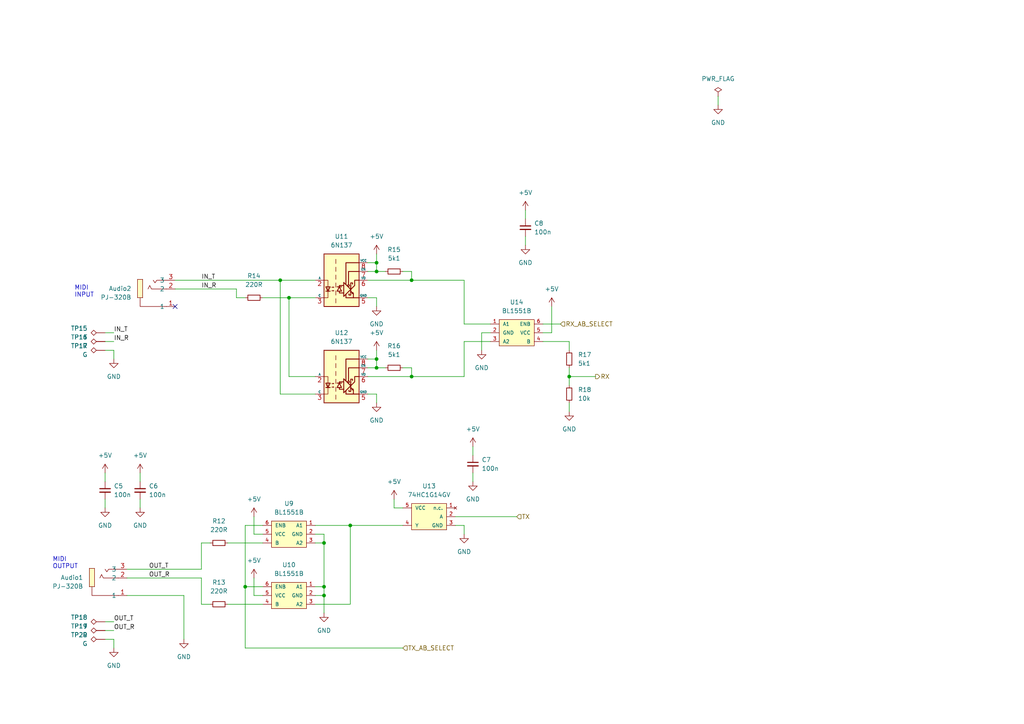
<source format=kicad_sch>
(kicad_sch (version 20211123) (generator eeschema)
  (paper "A4")
  (lib_symbols
    (symbol "Connector:TestPoint_Alt" (pin_numbers hide) (pin_names (offset 0.762) hide)
      (property "Reference" "TP" (at 0 6.858 0))
      (property "Value" "TestPoint_Alt" (at 0 5.08 0))
      (symbol "TestPoint_Alt_0_1"
        (polyline (pts (xy 0 2.54) (xy -0.762 3.302) (xy 0 4.064) (xy 0.762 3.302) (xy 0 2.54)))
      )
      (symbol "TestPoint_Alt_1_1"
        (pin passive line (at 0 0 90) (length 2.54) (name "1") (number "1"))
      )
    )
    (symbol "Isolator:6N137" (pin_names (offset 0))
      (property "Reference" "U" (at -4.064 8.89 0))
      (property "Value" "6N137" (at 0 -8.89 0))
      (symbol "6N137_0_1"
        (polyline (pts (xy 2.667 -3.556) (xy 2.667 -1.651)) (stroke (width 0.254)))
        (polyline (pts (xy 2.667 -2.159) (xy 2.667 -2.921)) (stroke (width 0.254)))
        (polyline (pts (xy 3.429 -3.937) (xy 3.429 -5.08)) (stroke (width 0.254)))
        (polyline (pts (xy -0.635 -3.302) (xy -0.635 -3.683) (xy 0.635 -3.683)) (stroke (width 0.254)))
        (polyline (pts (xy -0.635 -1.905) (xy -0.635 -1.524) (xy 0.508 -1.524)) (stroke (width 0.254)))
        (polyline (pts (xy 1.27 -4.064) (xy 1.27 -5.08) (xy 5.08 -5.08)) (stroke (width 0.254)))
        (polyline (pts (xy 1.27 -1.27) (xy 1.27 5.08) (xy 5.08 5.08)) (stroke (width 0.254)))
        (polyline (pts (xy 2.032 -1.27) (xy 2.032 2.54) (xy 5.08 2.54)) (stroke (width 0.254)))
        (polyline (pts (xy -5.08 -5.08) (xy -3.937 -5.08) (xy -3.937 0) (xy -5.08 0)))
        (polyline (pts (xy 2.667 -3.302) (xy 2.667 -4.318) (xy 2.159 -4.318) (xy 2.159 -3.937)) (stroke (width 0.254)))
        (polyline (pts (xy 2.667 -2.667) (xy 0.635 -4.699) (xy 0.635 -0.635) (xy 2.667 -2.667)) (stroke (width 0.254)))
        (polyline (pts (xy 2.667 -1.778) (xy 2.667 -0.762) (xy 3.175 -0.762) (xy 3.175 -1.143)) (stroke (width 0.254)))
        (polyline (pts (xy 2.794 -2.54) (xy 3.81 -1.524) (xy 3.81 0) (xy 5.08 0)) (stroke (width 0.254)))
        (polyline (pts (xy 2.667 -3.175) (xy 3.429 -3.937) (xy 3.302 -3.556) (xy 3.048 -3.81) (xy 3.429 -3.937)) (stroke (width 0.254)))
        (circle (center 2.032 -1.524) (radius 0.254) (stroke (width 0.254)))
      )
      (symbol "6N137_1_1"
        (rectangle (start -5.08 7.62) (end 5.08 -7.62) (stroke (width 0.254)) (fill (type background)))
        (polyline (pts (xy -4.572 -3.175) (xy -3.302 -3.175)) (stroke (width 0.254)))
        (polyline (pts (xy -1.651 -5.334) (xy -1.651 -6.604)))
        (polyline (pts (xy -1.651 -3.048) (xy -1.651 -4.318)))
        (polyline (pts (xy -1.651 -0.762) (xy -1.651 -2.032)))
        (polyline (pts (xy -1.651 1.524) (xy -1.651 0.254)))
        (polyline (pts (xy -1.651 3.81) (xy -1.651 2.54)))
        (polyline (pts (xy -1.651 6.096) (xy -1.651 4.826)))
        (polyline (pts (xy -1.27 -1.905) (xy 0 -1.905)) (stroke (width 0.254)))
        (polyline (pts (xy -3.937 -3.175) (xy -4.572 -1.905) (xy -3.302 -1.905) (xy -3.937 -3.175)) (stroke (width 0.254)))
        (polyline (pts (xy -0.635 -1.905) (xy -1.27 -3.175) (xy 0 -3.175) (xy -0.635 -1.905)) (stroke (width 0.254)))
        (polyline (pts (xy -2.921 -3.048) (xy -2.159 -3.048) (xy -2.54 -3.175) (xy -2.54 -2.921) (xy -2.159 -3.048)) (stroke (width 0.127)))
        (polyline (pts (xy -2.921 -2.032) (xy -2.159 -2.032) (xy -2.54 -2.159) (xy -2.54 -1.905) (xy -2.159 -2.032)) (stroke (width 0.127)))
        (pin no_connect line (at -5.08 5.08 0) (length 2.54) hide (name "NC") (number "1"))
        (pin passive line (at -7.62 0 0) (length 2.54) (name "A") (number "2"))
        (pin passive line (at -7.62 -5.08 0) (length 2.54) (name "C") (number "3"))
        (pin power_in line (at 7.62 -5.08 180) (length 2.54) (name "GND") (number "5"))
        (pin open_collector line (at 7.62 0 180) (length 2.54) (name "VO") (number "6"))
        (pin input line (at 7.62 2.54 180) (length 2.54) (name "EN") (number "7"))
        (pin power_in line (at 7.62 5.08 180) (length 2.54) (name "VCC") (number "8"))
      )
    )
    (symbol "power:+5V" (power) (pin_names (offset 0))
      (property "Value" "+5V" (at 0 3.556 0))
      (symbol "+5V_0_1"
        (polyline (pts (xy -0.762 1.27) (xy 0 2.54)))
        (polyline (pts (xy 0 0) (xy 0 2.54)))
        (polyline (pts (xy 0 2.54) (xy 0.762 1.27)))
      )
      (symbol "+5V_1_1"
        (pin power_in line (at 0 0 90) (length 0) hide (name "+5V") (number "1"))
      )
    )
    (symbol "power:GND" (power) (pin_names (offset 0))
      (property "Value" "GND" (at 0 -3.81 0))
      (symbol "GND_0_1"
        (polyline (pts (xy 0 0) (xy 0 -1.27) (xy 1.27 -1.27) (xy 0 -2.54) (xy -1.27 -1.27) (xy 0 -1.27)))
      )
      (symbol "GND_1_1"
        (pin power_in line (at 0 0 270) (length 0) hide (name "GND") (number "1"))
      )
    )
    (symbol "power:PWR_FLAG" (power) (pin_numbers hide) (pin_names (offset 0) hide)
      (property "Value" "PWR_FLAG" (at 0 3.81 0))
      (symbol "PWR_FLAG_0_0"
        (pin power_out line (at 0 0 90) (length 0) (name "pwr") (number "1"))
      )
      (symbol "PWR_FLAG_0_1"
        (polyline (pts (xy 0 0) (xy 0 1.27) (xy -1.016 1.905) (xy 0 2.54) (xy 1.016 1.905) (xy 0 1.27)))
      )
    )
    (symbol "suku_basics:74HC1G14GV" (pin_names (offset 1.016))
      (property "Reference" "U" (at 0 5.08 0))
      (property "Value" "74HC1G14GV" (at 0 -5.08 0))
      (symbol "74HC1G14GV_0_1"
        (rectangle (start -5.08 3.81) (end 5.08 -3.81) (fill (type background)))
      )
      (symbol "74HC1G14GV_1_1"
        (pin no_connect line (at -7.62 2.54 0) (length 2.54) (name "n.c.") (number "1"))
        (pin input line (at -7.62 0 0) (length 2.54) (name "A") (number "2"))
        (pin power_in line (at -7.62 -2.54 0) (length 2.54) (name "GND") (number "3"))
        (pin output line (at 7.62 -2.54 180) (length 2.54) (name "Y") (number "4"))
        (pin power_in line (at 7.62 2.54 180) (length 2.54) (name "VCC") (number "5"))
      )
    )
    (symbol "suku_basics:BL1551B" (pin_names (offset 1.016))
      (property "Reference" "U" (at 0 5.08 0))
      (property "Value" "BL1551B" (at 0 -5.08 0))
      (symbol "BL1551B_0_1"
        (rectangle (start -5.08 3.81) (end 5.08 -3.81) (fill (type background)))
      )
      (symbol "BL1551B_1_1"
        (pin bidirectional line (at -7.62 2.54 0) (length 2.54) (name "A1") (number "1"))
        (pin power_in line (at -7.62 0 0) (length 2.54) (name "GND") (number "2"))
        (pin bidirectional line (at -7.62 -2.54 0) (length 2.54) (name "A2") (number "3"))
        (pin bidirectional line (at 7.62 -2.54 180) (length 2.54) (name "B") (number "4"))
        (pin power_in line (at 7.62 0 180) (length 2.54) (name "VCC") (number "5"))
        (pin input line (at 7.62 2.54 180) (length 2.54) (name "ENB") (number "6"))
      )
    )
    (symbol "suku_basics:CAP" (pin_numbers hide) (pin_names (offset 0.254) hide)
      (property "Reference" "C" (at 0.254 1.778 0))
      (property "Value" "CAP" (at 0.254 -2.032 0))
      (symbol "CAP_0_1"
        (polyline (pts (xy -1.524 -0.508) (xy 1.524 -0.508)) (stroke (width 0.3302)))
        (polyline (pts (xy -1.524 0.508) (xy 1.524 0.508)) (stroke (width 0.3048)))
      )
      (symbol "CAP_1_1"
        (pin passive line (at 0 2.54 270) (length 2.032) (name "~") (number "1"))
        (pin passive line (at 0 -2.54 90) (length 2.032) (name "~") (number "2"))
      )
    )
    (symbol "suku_basics:PJ-320B"
      (property "Reference" "Audio?" (at 0 7.62 0))
      (property "Value" "PJ-320B" (at 0 -10.16 0))
      (symbol "PJ-320B_0_1"
        (rectangle (start -7.11 0) (end -5.59 -5.33) (fill (type background)))
        (polyline (pts (xy 1.27 2.54) (xy -6.35 2.54) (xy -6.35 0)))
        (polyline (pts (xy 1.27 -5.08) (xy -1.52 -5.08) (xy -2.03 -4.32) (xy -2.54 -5.08)))
        (polyline (pts (xy 1.27 -2.54) (xy -3.05 -2.54) (xy -3.56 -3.56) (xy -4.06 -2.54)))
        (pin unspecified line (at 3.81 2.54 180) (length 2.54) (name "1") (number "1"))
        (pin unspecified line (at 3.81 -2.54 180) (length 2.54) (name "2") (number "2"))
        (pin unspecified line (at 3.81 -5.08 180) (length 2.54) (name "3") (number "3"))
      )
    )
    (symbol "suku_basics:RES" (pin_numbers hide) (pin_names (offset 0.254) hide)
      (property "Reference" "R" (at 0.762 0.508 0))
      (property "Value" "RES" (at 0.762 -1.016 0))
      (symbol "RES_1_1"
        (rectangle (start -0.762 1.778) (end 0.762 -1.778) (stroke (width 0.2032)))
        (pin passive line (at 0 2.54 270) (length 0.762) (name "~") (number "1"))
        (pin passive line (at 0 -2.54 90) (length 0.762) (name "~") (number "2"))
      )
    )
  )
  (junction (at 71.12 170.18))
  (junction (at 93.98 157.48))
  (junction (at 81.28 81.28))
  (junction (at 93.98 170.18))
  (junction (at 109.22 76.2))
  (junction (at 101.6 152.4))
  (junction (at 93.98 172.72))
  (junction (at 109.22 104.14))
  (junction (at 165.1 109.22))
  (junction (at 119.38 109.22))
  (junction (at 109.22 78.74))
  (junction (at 119.38 81.28))
  (junction (at 109.22 106.68))
  (junction (at 83.82 86.36))
  (no_connect (at 50.8 88.9))
  (wire (pts (xy 33.02 182.88) (xy 30.48 182.88)))
  (wire (pts (xy 119.38 106.68) (xy 119.38 109.22)))
  (wire (pts (xy 73.66 172.72) (xy 73.66 167.64)))
  (wire (pts (xy 114.3 144.78) (xy 114.3 147.32)))
  (wire (pts (xy 165.1 106.68) (xy 165.1 109.22)))
  (wire (pts (xy 134.62 109.22) (xy 134.62 99.06)))
  (wire (pts (xy 119.38 109.22) (xy 134.62 109.22)))
  (wire (pts (xy 152.4 60.96) (xy 152.4 63.5)))
  (wire (pts (xy 139.7 96.52) (xy 139.7 101.6)))
  (wire (pts (xy 93.98 177.8) (xy 93.98 172.72)))
  (wire (pts (xy 33.02 187.96) (xy 33.02 185.42)))
  (wire (pts (xy 93.98 170.18) (xy 93.98 157.48)))
  (wire (pts (xy 33.02 180.34) (xy 30.48 180.34)))
  (wire (pts (xy 81.28 81.28) (xy 81.28 114.3)))
  (wire (pts (xy 76.2 170.18) (xy 71.12 170.18)))
  (wire (pts (xy 165.1 116.84) (xy 165.1 119.38)))
  (wire (pts (xy 109.22 78.74) (xy 111.76 78.74)))
  (wire (pts (xy 91.44 172.72) (xy 93.98 172.72)))
  (wire (pts (xy 106.68 104.14) (xy 109.22 104.14)))
  (wire (pts (xy 71.12 152.4) (xy 71.12 170.18)))
  (wire (pts (xy 58.42 175.26) (xy 58.42 167.64)))
  (wire (pts (xy 109.22 116.84) (xy 109.22 114.3)))
  (wire (pts (xy 109.22 114.3) (xy 106.68 114.3)))
  (wire (pts (xy 60.96 175.26) (xy 58.42 175.26)))
  (wire (pts (xy 50.8 81.28) (xy 81.28 81.28)))
  (wire (pts (xy 119.38 78.74) (xy 119.38 81.28)))
  (wire (pts (xy 53.34 172.72) (xy 53.34 185.42)))
  (wire (pts (xy 152.4 68.58) (xy 152.4 71.12)))
  (wire (pts (xy 93.98 154.94) (xy 91.44 154.94)))
  (wire (pts (xy 106.68 106.68) (xy 109.22 106.68)))
  (wire (pts (xy 33.02 104.14) (xy 33.02 101.6)))
  (wire (pts (xy 106.68 76.2) (xy 109.22 76.2)))
  (wire (pts (xy 142.24 96.52) (xy 139.7 96.52)))
  (wire (pts (xy 60.96 157.48) (xy 58.42 157.48)))
  (wire (pts (xy 58.42 167.64) (xy 36.83 167.64)))
  (wire (pts (xy 33.02 96.52) (xy 30.48 96.52)))
  (wire (pts (xy 58.42 165.1) (xy 36.83 165.1)))
  (wire (pts (xy 134.62 99.06) (xy 142.24 99.06)))
  (wire (pts (xy 81.28 81.28) (xy 91.44 81.28)))
  (wire (pts (xy 66.04 157.48) (xy 76.2 157.48)))
  (wire (pts (xy 165.1 109.22) (xy 165.1 111.76)))
  (wire (pts (xy 165.1 99.06) (xy 165.1 101.6)))
  (wire (pts (xy 40.64 144.78) (xy 40.64 147.32)))
  (wire (pts (xy 106.68 81.28) (xy 119.38 81.28)))
  (wire (pts (xy 101.6 175.26) (xy 101.6 152.4)))
  (wire (pts (xy 33.02 99.06) (xy 30.48 99.06)))
  (wire (pts (xy 157.48 93.98) (xy 162.56 93.98)))
  (wire (pts (xy 142.24 93.98) (xy 134.62 93.98)))
  (wire (pts (xy 134.62 152.4) (xy 132.08 152.4)))
  (wire (pts (xy 137.16 129.54) (xy 137.16 132.08)))
  (wire (pts (xy 40.64 137.16) (xy 40.64 139.7)))
  (wire (pts (xy 76.2 86.36) (xy 83.82 86.36)))
  (wire (pts (xy 157.48 96.52) (xy 160.02 96.52)))
  (wire (pts (xy 76.2 172.72) (xy 73.66 172.72)))
  (wire (pts (xy 134.62 93.98) (xy 134.62 81.28)))
  (wire (pts (xy 83.82 86.36) (xy 83.82 109.22)))
  (wire (pts (xy 116.84 106.68) (xy 119.38 106.68)))
  (wire (pts (xy 91.44 175.26) (xy 101.6 175.26)))
  (wire (pts (xy 76.2 154.94) (xy 73.66 154.94)))
  (wire (pts (xy 165.1 109.22) (xy 172.72 109.22)))
  (wire (pts (xy 106.68 109.22) (xy 119.38 109.22)))
  (wire (pts (xy 33.02 185.42) (xy 30.48 185.42)))
  (wire (pts (xy 30.48 137.16) (xy 30.48 139.7)))
  (wire (pts (xy 132.08 149.86) (xy 149.86 149.86)))
  (wire (pts (xy 109.22 86.36) (xy 106.68 86.36)))
  (wire (pts (xy 109.22 106.68) (xy 111.76 106.68)))
  (wire (pts (xy 91.44 157.48) (xy 93.98 157.48)))
  (wire (pts (xy 71.12 187.96) (xy 116.84 187.96)))
  (wire (pts (xy 157.48 99.06) (xy 165.1 99.06)))
  (wire (pts (xy 137.16 137.16) (xy 137.16 139.7)))
  (wire (pts (xy 109.22 78.74) (xy 109.22 76.2)))
  (wire (pts (xy 71.12 152.4) (xy 76.2 152.4)))
  (wire (pts (xy 134.62 154.94) (xy 134.62 152.4)))
  (wire (pts (xy 109.22 106.68) (xy 109.22 104.14)))
  (wire (pts (xy 83.82 109.22) (xy 91.44 109.22)))
  (wire (pts (xy 116.84 78.74) (xy 119.38 78.74)))
  (wire (pts (xy 109.22 104.14) (xy 109.22 101.6)))
  (wire (pts (xy 50.8 83.82) (xy 68.58 83.82)))
  (wire (pts (xy 71.12 170.18) (xy 71.12 187.96)))
  (wire (pts (xy 109.22 76.2) (xy 109.22 73.66)))
  (wire (pts (xy 33.02 101.6) (xy 30.48 101.6)))
  (wire (pts (xy 68.58 86.36) (xy 71.12 86.36)))
  (wire (pts (xy 109.22 88.9) (xy 109.22 86.36)))
  (wire (pts (xy 83.82 86.36) (xy 91.44 86.36)))
  (wire (pts (xy 93.98 157.48) (xy 93.98 154.94)))
  (wire (pts (xy 106.68 78.74) (xy 109.22 78.74)))
  (wire (pts (xy 58.42 157.48) (xy 58.42 165.1)))
  (wire (pts (xy 81.28 114.3) (xy 91.44 114.3)))
  (wire (pts (xy 114.3 147.32) (xy 116.84 147.32)))
  (wire (pts (xy 30.48 144.78) (xy 30.48 147.32)))
  (wire (pts (xy 119.38 81.28) (xy 134.62 81.28)))
  (wire (pts (xy 68.58 86.36) (xy 68.58 83.82)))
  (wire (pts (xy 160.02 88.9) (xy 160.02 96.52)))
  (wire (pts (xy 208.28 27.94) (xy 208.28 30.48)))
  (wire (pts (xy 66.04 175.26) (xy 76.2 175.26)))
  (wire (pts (xy 93.98 172.72) (xy 93.98 170.18)))
  (wire (pts (xy 36.83 172.72) (xy 53.34 172.72)))
  (wire (pts (xy 101.6 152.4) (xy 116.84 152.4)))
  (wire (pts (xy 91.44 152.4) (xy 101.6 152.4)))
  (wire (pts (xy 73.66 154.94) (xy 73.66 149.86)))
  (wire (pts (xy 91.44 170.18) (xy 93.98 170.18)))
  (text "MIDI\nOUTPUT" (at 15.24 165.1 0) (effects (font (size 1.27 1.27)) (justify left bottom)))
  (text "MIDI\nINPUT" (at 21.59 86.36 0) (effects (font (size 1.27 1.27)) (justify left bottom)))
  (label "IN_T" (at 33.02 96.52 0))
  (label "OUT_R" (at 43.18 167.64 0))
  (label "IN_R" (at 58.42 83.82 0))
  (label "OUT_R" (at 33.02 182.88 0))
  (label "IN_R" (at 33.02 99.06 0))
  (label "OUT_T" (at 33.02 180.34 0))
  (label "OUT_T" (at 43.18 165.1 0))
  (label "IN_T" (at 58.42 81.28 0))
  (hierarchical_label "TX_AB_SELECT" (shape input) (at 116.84 187.96 0))
  (hierarchical_label "RX" (shape output) (at 172.72 109.22 0))
  (hierarchical_label "TX" (shape input) (at 149.86 149.86 0))
  (hierarchical_label "RX_AB_SELECT" (shape input) (at 162.56 93.98 0))
  (symbol (lib_id "Connector:TestPoint_Alt") (at 30.48 96.52 90) (mirror x) (unit 1)
    (property "Reference" "TP15" (at 25.4 95.2499 90) (effects (justify left)))
    (property "Value" "T" (at 25.4 97.7899 90) (effects (justify left)))
    (property "Footprint" "TestPoint:TestPoint_THTPad_D1.0mm_Drill0.5mm" (effects hide))
  )
  (symbol (lib_id "power:+5V") (at 40.64 137.16 0) (unit 1)
    (property "Reference" "#PWR053" (effects hide))
    (property "Value" "+5V" (at 40.64 132.08 0))
  )
  (symbol (lib_id "Connector:TestPoint_Alt") (at 30.48 99.06 90) (mirror x) (unit 1)
    (property "Reference" "TP16" (at 25.4 97.7899 90) (effects (justify left)))
    (property "Value" "R" (at 25.4 100.3299 90) (effects (justify left)))
    (property "Footprint" "TestPoint:TestPoint_THTPad_D1.0mm_Drill0.5mm" (effects hide))
  )
  (symbol (lib_id "power:GND") (at 152.4 71.12 0) (unit 1)
    (property "Reference" "#PWR069" (effects hide))
    (property "Value" "GND" (at 152.4 76.2 0))
  )
  (symbol (lib_id "suku_basics:PJ-320B") (at 33.02 170.18 0) (mirror x) (unit 1)
    (property "Reference" "Audio1" (at 24.13 167.5149 0) (effects (justify right)))
    (property "Value" "PJ-320B" (at 24.13 170.0549 0) (effects (justify right)))
    (property "Footprint" "suku_basics:AUDIO-SMD_PJ-320B" (effects hide))
    (property "Datasheet" "https://lcsc.com/product-detail/Audio-Connectors_3-5mmCloth-headphone-jack_C18594.html" (effects hide))
    (property "Manufacturer" "BOOMELE" (effects hide))
    (property "LCSC Part" "C18594" (effects hide))
    (property "JLC Part" "Extended Part" (effects hide))
  )
  (symbol (lib_id "power:+5V") (at 160.02 88.9 0) (unit 1)
    (property "Reference" "#PWR070" (effects hide))
    (property "Value" "+5V" (at 160.02 83.82 0))
  )
  (symbol (lib_id "Isolator:6N137") (at 99.06 109.22 0) (unit 1)
    (property "Reference" "U12" (at 99.06 96.52 0))
    (property "Value" "6N137" (at 99.06 99.06 0))
    (property "Footprint" "suku_basics:OPTO_SMD-8_L9.8-W6.6-P2.54-LS10.3-BL" (effects hide))
    (property "Datasheet" "https://docs.broadcom.com/docs/AV02-0940EN" (effects hide))
  )
  (symbol (lib_id "power:+5V") (at 73.66 149.86 0) (unit 1)
    (property "Reference" "#PWR056" (effects hide))
    (property "Value" "+5V" (at 73.66 144.78 0))
  )
  (symbol (lib_id "suku_basics:CAP") (at 152.4 66.04 0) (unit 1)
    (property "Reference" "C8" (at 154.94 64.7762 0) (effects (justify left)))
    (property "Value" "100n" (at 154.94 67.3162 0) (effects (justify left)))
    (property "Footprint" "suku_basics:CAP_0805" (effects hide))
  )
  (symbol (lib_id "suku_basics:RES") (at 63.5 157.48 90) (unit 1)
    (property "Reference" "R12" (at 63.5 151.13 90))
    (property "Value" "220R" (at 63.5 153.67 90))
    (property "Footprint" "suku_basics:RES_0805" (effects hide))
  )
  (symbol (lib_id "power:GND") (at 109.22 88.9 0) (unit 1)
    (property "Reference" "#PWR060" (effects hide))
    (property "Value" "GND" (at 109.22 93.98 0))
  )
  (symbol (lib_id "suku_basics:BL1551B") (at 83.82 154.94 0) (mirror y) (unit 1)
    (property "Reference" "U9" (at 83.82 146.05 0))
    (property "Value" "BL1551B" (at 83.82 148.59 0))
    (property "Footprint" "suku_basics:SOT-363_SC-70-6" (effects hide))
    (property "Datasheet" "https://datasheet.lcsc.com/lcsc/2201121900_BL-Shanghai-Belling-BL1551B_C2944066.pdf" (effects hide))
  )
  (symbol (lib_id "Connector:TestPoint_Alt") (at 30.48 101.6 90) (mirror x) (unit 1)
    (property "Reference" "TP17" (at 25.4 100.3299 90) (effects (justify left)))
    (property "Value" "G" (at 25.4 102.8699 90) (effects (justify left)))
    (property "Footprint" "TestPoint:TestPoint_THTPad_1.0x1.0mm_Drill0.5mm" (effects hide))
  )
  (symbol (lib_id "power:+5V") (at 73.66 167.64 0) (unit 1)
    (property "Reference" "#PWR057" (effects hide))
    (property "Value" "+5V" (at 73.66 162.56 0))
  )
  (symbol (lib_id "suku_basics:74HC1G14GV") (at 124.46 149.86 0) (mirror y) (unit 1)
    (property "Reference" "U13" (at 124.46 140.97 0))
    (property "Value" "74HC1G14GV" (at 124.46 143.51 0))
    (property "Footprint" "suku_basics:SOT-23-5-AND-TSSOP5" (effects hide))
  )
  (symbol (lib_id "suku_basics:BL1551B") (at 149.86 96.52 0) (unit 1)
    (property "Reference" "U14" (at 149.86 87.63 0))
    (property "Value" "BL1551B" (at 149.86 90.17 0))
    (property "Footprint" "suku_basics:SOT-363_SC-70-6" (effects hide))
    (property "Datasheet" "https://datasheet.lcsc.com/lcsc/2201121900_BL-Shanghai-Belling-BL1551B_C2944066.pdf" (effects hide))
  )
  (symbol (lib_id "power:GND") (at 93.98 177.8 0) (unit 1)
    (property "Reference" "#PWR058" (effects hide))
    (property "Value" "GND" (at 93.98 182.88 0))
  )
  (symbol (lib_id "power:+5V") (at 30.48 137.16 0) (unit 1)
    (property "Reference" "#PWR049" (effects hide))
    (property "Value" "+5V" (at 30.48 132.08 0))
  )
  (symbol (lib_id "suku_basics:CAP") (at 40.64 142.24 0) (unit 1)
    (property "Reference" "C6" (at 43.18 140.9762 0) (effects (justify left)))
    (property "Value" "100n" (at 43.18 143.5162 0) (effects (justify left)))
    (property "Footprint" "suku_basics:CAP_0805" (effects hide))
  )
  (symbol (lib_id "power:GND") (at 165.1 119.38 0) (unit 1)
    (property "Reference" "#PWR071" (effects hide))
    (property "Value" "GND" (at 165.1 124.46 0))
  )
  (symbol (lib_id "power:+5V") (at 152.4 60.96 0) (unit 1)
    (property "Reference" "#PWR068" (effects hide))
    (property "Value" "+5V" (at 152.4 55.88 0))
  )
  (symbol (lib_id "power:+5V") (at 137.16 129.54 0) (unit 1)
    (property "Reference" "#PWR065" (effects hide))
    (property "Value" "+5V" (at 137.16 124.46 0))
  )
  (symbol (lib_id "power:GND") (at 30.48 147.32 0) (unit 1)
    (property "Reference" "#PWR050" (effects hide))
    (property "Value" "GND" (at 30.48 152.4 0))
  )
  (symbol (lib_id "power:GND") (at 40.64 147.32 0) (unit 1)
    (property "Reference" "#PWR054" (effects hide))
    (property "Value" "GND" (at 40.64 152.4 0))
  )
  (symbol (lib_id "power:GND") (at 134.62 154.94 0) (unit 1)
    (property "Reference" "#PWR064" (effects hide))
    (property "Value" "GND" (at 134.62 160.02 0))
  )
  (symbol (lib_id "suku_basics:RES") (at 165.1 114.3 0) (unit 1)
    (property "Reference" "R18" (at 167.64 113.0299 0) (effects (justify left)))
    (property "Value" "10k" (at 167.64 115.5699 0) (effects (justify left)))
    (property "Footprint" "suku_basics:RES_0805" (effects hide))
  )
  (symbol (lib_id "power:+5V") (at 109.22 73.66 0) (unit 1)
    (property "Reference" "#PWR059" (effects hide))
    (property "Value" "+5V" (at 109.22 68.58 0))
  )
  (symbol (lib_id "suku_basics:RES") (at 114.3 106.68 90) (unit 1)
    (property "Reference" "R16" (at 114.3 100.33 90))
    (property "Value" "5k1" (at 114.3 102.87 90))
    (property "Footprint" "suku_basics:RES_0805" (effects hide))
  )
  (symbol (lib_id "suku_basics:RES") (at 114.3 78.74 90) (unit 1)
    (property "Reference" "R15" (at 114.3 72.39 90))
    (property "Value" "5k1" (at 114.3 74.93 90))
    (property "Footprint" "suku_basics:RES_0805" (effects hide))
  )
  (symbol (lib_id "Connector:TestPoint_Alt") (at 30.48 185.42 90) (mirror x) (unit 1)
    (property "Reference" "TP20" (at 25.4 184.1499 90) (effects (justify left)))
    (property "Value" "G" (at 25.4 186.6899 90) (effects (justify left)))
    (property "Footprint" "TestPoint:TestPoint_THTPad_1.0x1.0mm_Drill0.5mm" (effects hide))
  )
  (symbol (lib_id "suku_basics:BL1551B") (at 83.82 172.72 0) (mirror y) (unit 1)
    (property "Reference" "U10" (at 83.82 163.83 0))
    (property "Value" "BL1551B" (at 83.82 166.37 0))
    (property "Footprint" "suku_basics:SOT-363_SC-70-6" (effects hide))
    (property "Datasheet" "https://datasheet.lcsc.com/lcsc/2201121900_BL-Shanghai-Belling-BL1551B_C2944066.pdf" (effects hide))
  )
  (symbol (lib_id "Connector:TestPoint_Alt") (at 30.48 182.88 90) (mirror x) (unit 1)
    (property "Reference" "TP19" (at 25.4 181.6099 90) (effects (justify left)))
    (property "Value" "R" (at 25.4 184.1499 90) (effects (justify left)))
    (property "Footprint" "TestPoint:TestPoint_THTPad_D1.0mm_Drill0.5mm" (effects hide))
  )
  (symbol (lib_id "power:GND") (at 33.02 187.96 0) (unit 1)
    (property "Reference" "#PWR052" (effects hide))
    (property "Value" "GND" (at 33.02 193.04 0))
  )
  (symbol (lib_id "power:PWR_FLAG") (at 208.28 27.94 0) (unit 1)
    (property "Reference" "#FLG01" (effects hide))
    (property "Value" "PWR_FLAG" (at 208.28 22.86 0))
  )
  (symbol (lib_id "power:+5V") (at 109.22 101.6 0) (unit 1)
    (property "Reference" "#PWR061" (effects hide))
    (property "Value" "+5V" (at 109.22 96.52 0))
  )
  (symbol (lib_id "Connector:TestPoint_Alt") (at 30.48 180.34 90) (mirror x) (unit 1)
    (property "Reference" "TP18" (at 25.4 179.0699 90) (effects (justify left)))
    (property "Value" "T" (at 25.4 181.6099 90) (effects (justify left)))
    (property "Footprint" "TestPoint:TestPoint_THTPad_D1.0mm_Drill0.5mm" (effects hide))
  )
  (symbol (lib_id "Isolator:6N137") (at 99.06 81.28 0) (unit 1)
    (property "Reference" "U11" (at 99.06 68.58 0))
    (property "Value" "6N137" (at 99.06 71.12 0))
    (property "Footprint" "suku_basics:OPTO_SMD-8_L9.8-W6.6-P2.54-LS10.3-BL" (effects hide))
    (property "Datasheet" "https://docs.broadcom.com/docs/AV02-0940EN" (effects hide))
  )
  (symbol (lib_id "suku_basics:CAP") (at 30.48 142.24 0) (unit 1)
    (property "Reference" "C5" (at 33.02 140.9762 0) (effects (justify left)))
    (property "Value" "100n" (at 33.02 143.5162 0) (effects (justify left)))
    (property "Footprint" "suku_basics:CAP_0805" (effects hide))
  )
  (symbol (lib_id "suku_basics:RES") (at 73.66 86.36 270) (unit 1)
    (property "Reference" "R14" (at 73.66 80.01 90))
    (property "Value" "220R" (at 73.66 82.55 90))
    (property "Footprint" "suku_basics:RES_0805" (effects hide))
  )
  (symbol (lib_id "power:GND") (at 139.7 101.6 0) (unit 1)
    (property "Reference" "#PWR067" (effects hide))
    (property "Value" "GND" (at 139.7 106.68 0))
  )
  (symbol (lib_id "suku_basics:RES") (at 165.1 104.14 180) (unit 1)
    (property "Reference" "R17" (at 167.64 102.8699 0) (effects (justify right)))
    (property "Value" "5k1" (at 167.64 105.4099 0) (effects (justify right)))
    (property "Footprint" "suku_basics:RES_0805" (effects hide))
  )
  (symbol (lib_id "suku_basics:RES") (at 63.5 175.26 90) (unit 1)
    (property "Reference" "R13" (at 63.5 168.91 90))
    (property "Value" "220R" (at 63.5 171.45 90))
    (property "Footprint" "suku_basics:RES_0805" (effects hide))
  )
  (symbol (lib_id "power:GND") (at 137.16 139.7 0) (unit 1)
    (property "Reference" "#PWR066" (effects hide))
    (property "Value" "GND" (at 137.16 144.78 0))
  )
  (symbol (lib_id "suku_basics:CAP") (at 137.16 134.62 0) (unit 1)
    (property "Reference" "C7" (at 139.7 133.3562 0) (effects (justify left)))
    (property "Value" "100n" (at 139.7 135.8962 0) (effects (justify left)))
    (property "Footprint" "suku_basics:CAP_0805" (effects hide))
  )
  (symbol (lib_id "power:+5V") (at 114.3 144.78 0) (unit 1)
    (property "Reference" "#PWR063" (effects hide))
    (property "Value" "+5V" (at 114.3 139.7 0))
  )
  (symbol (lib_id "power:GND") (at 109.22 116.84 0) (unit 1)
    (property "Reference" "#PWR062" (effects hide))
    (property "Value" "GND" (at 109.22 121.92 0))
  )
  (symbol (lib_id "power:GND") (at 208.28 30.48 0) (unit 1)
    (property "Reference" "#PWR072" (effects hide))
    (property "Value" "GND" (at 208.28 35.56 0))
  )
  (symbol (lib_id "power:GND") (at 53.34 185.42 0) (unit 1)
    (property "Reference" "#PWR055" (effects hide))
    (property "Value" "GND" (at 53.34 190.5 0))
  )
  (symbol (lib_id "power:GND") (at 33.02 104.14 0) (unit 1)
    (property "Reference" "#PWR051" (effects hide))
    (property "Value" "GND" (at 33.02 109.22 0))
  )
  (symbol (lib_id "suku_basics:PJ-320B") (at 46.99 86.36 0) (mirror x) (unit 1)
    (property "Reference" "Audio2" (at 38.1 83.6949 0) (effects (justify right)))
    (property "Value" "PJ-320B" (at 38.1 86.2349 0) (effects (justify right)))
    (property "Footprint" "suku_basics:AUDIO-SMD_PJ-320B" (effects hide))
    (property "Datasheet" "https://lcsc.com/product-detail/Audio-Connectors_3-5mmCloth-headphone-jack_C18594.html" (effects hide))
    (property "Manufacturer" "BOOMELE" (effects hide))
    (property "LCSC Part" "C18594" (effects hide))
    (property "JLC Part" "Extended Part" (effects hide))
  )
)
</source>
